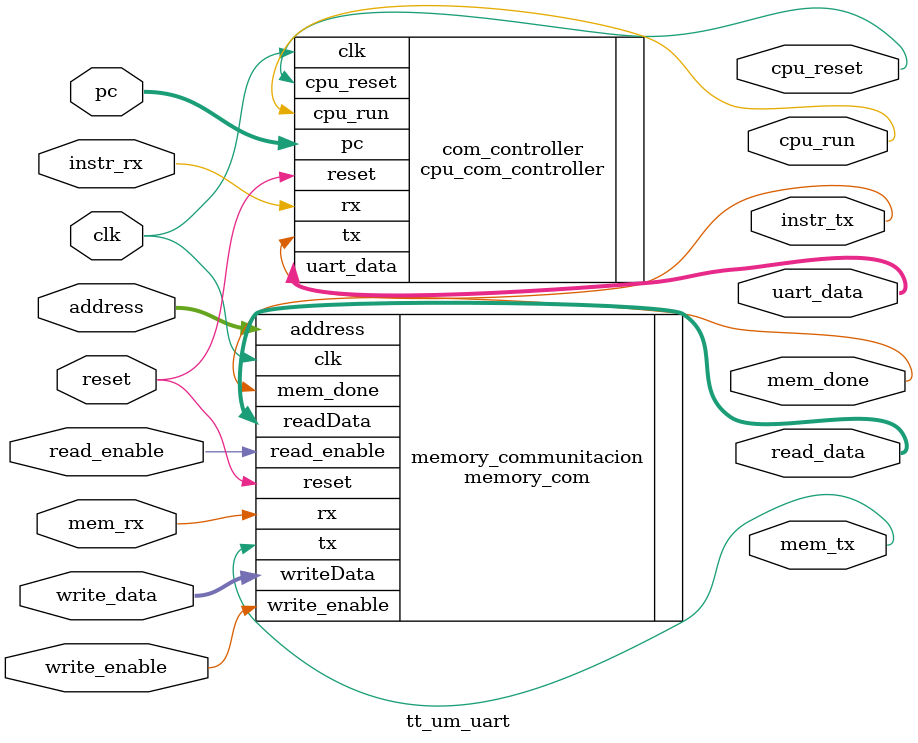
<source format=v>
module tt_um_uart (
    clk,
    reset,
    instr_rx, 
    mem_rx,
    mem_tx,
    instr_tx,
    pc,
    write_enable,
    read_enable,
    address,
    write_data,
    cpu_reset,
    cpu_run,
    read_data,
    mem_done,
    uart_data
);
input wire clk;
input wire reset;
input wire instr_rx; 
input wire  mem_rx;
output wire  mem_tx;
output wire instr_tx;

// CPU COM CONTROLLER INSTANCE
input wire [31:0] pc;         // antes era solo wire 
input wire write_enable;
input wire read_enable;
input wire [31:0] address;
input wire [31:0] write_data;
output wire cpu_reset, cpu_run;
output wire [31:0] read_data; 
output wire  mem_done; 
output wire [31:0] uart_data;

cpu_com_controller com_controller(
    .clk (clk),
    .reset (reset),
    .rx (instr_rx),
    .pc (pc),
    .tx (instr_tx),
    .cpu_reset (cpu_reset),
    .cpu_run (cpu_run),
    .uart_data(uart_data)
);


// MEMORY COM CONTROLLER INSTANCE
memory_com memory_communitacion(
    .clk (clk),
    .reset (reset),
    .rx (mem_rx),
    .tx (mem_tx),
    .write_enable (write_enable),
    .read_enable (read_enable ),
    .mem_done (mem_done),
    .writeData (write_data),
    .readData (read_data),
    .address (address)
);
 
endmodule

</source>
